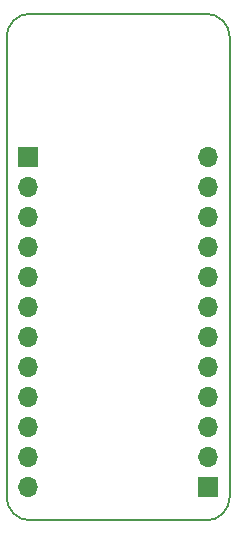
<source format=gbr>
G04 #@! TF.GenerationSoftware,KiCad,Pcbnew,5.1.5-52549c5~84~ubuntu19.10.1*
G04 #@! TF.CreationDate,2020-02-24T20:41:03+02:00*
G04 #@! TF.ProjectId,BRK-TSSOP-24-4.4x7.8-P0.65,42524b2d-5453-4534-9f50-2d32342d342e,v1.0*
G04 #@! TF.SameCoordinates,Original*
G04 #@! TF.FileFunction,Copper,L2,Bot*
G04 #@! TF.FilePolarity,Positive*
%FSLAX46Y46*%
G04 Gerber Fmt 4.6, Leading zero omitted, Abs format (unit mm)*
G04 Created by KiCad (PCBNEW 5.1.5-52549c5~84~ubuntu19.10.1) date 2020-02-24 20:41:03*
%MOMM*%
%LPD*%
G04 APERTURE LIST*
%ADD10C,0.150000*%
%ADD11O,1.700000X1.700000*%
%ADD12R,1.700000X1.700000*%
G04 APERTURE END LIST*
D10*
X53000000Y-90900000D02*
G75*
G02X51000000Y-88900000I0J2000000D01*
G01*
X69900000Y-88900000D02*
G75*
G02X67900000Y-90900000I-2000000J0D01*
G01*
X67900000Y-48000000D02*
G75*
G02X69900000Y-50000000I0J-2000000D01*
G01*
X51000000Y-50000000D02*
G75*
G02X53000000Y-48000000I2000000J0D01*
G01*
X67900000Y-90900000D02*
X53000000Y-90900000D01*
X69900000Y-50000000D02*
X69900000Y-88900000D01*
X53000000Y-48000000D02*
X67900000Y-48000000D01*
X51000000Y-88900000D02*
X51000000Y-50000000D01*
D11*
X68040000Y-60100000D03*
X68040000Y-62640000D03*
X68040000Y-65180000D03*
X68040000Y-67720000D03*
X68040000Y-70260000D03*
X68040000Y-72800000D03*
X68040000Y-75340000D03*
X68040000Y-77880000D03*
X68040000Y-80420000D03*
X68040000Y-82960000D03*
X68040000Y-85500000D03*
D12*
X68040000Y-88040000D03*
D11*
X52800000Y-88040000D03*
X52800000Y-85500000D03*
X52800000Y-82960000D03*
X52800000Y-80420000D03*
X52800000Y-77880000D03*
X52800000Y-75340000D03*
X52800000Y-72800000D03*
X52800000Y-70260000D03*
X52800000Y-67720000D03*
X52800000Y-65180000D03*
X52800000Y-62640000D03*
D12*
X52800000Y-60100000D03*
M02*

</source>
